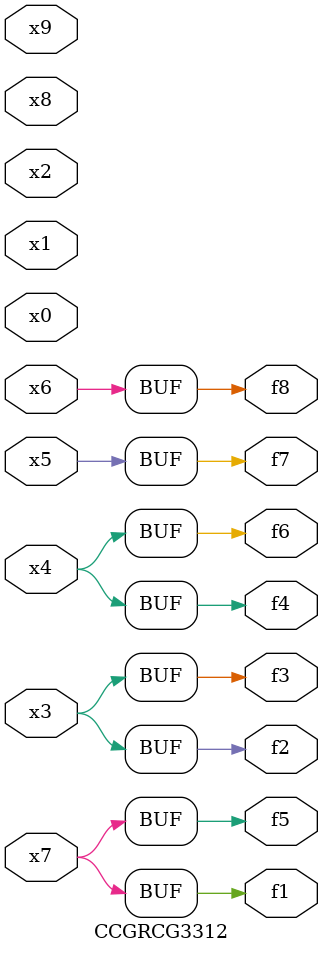
<source format=v>
module CCGRCG3312(
	input x0, x1, x2, x3, x4, x5, x6, x7, x8, x9,
	output f1, f2, f3, f4, f5, f6, f7, f8
);
	assign f1 = x7;
	assign f2 = x3;
	assign f3 = x3;
	assign f4 = x4;
	assign f5 = x7;
	assign f6 = x4;
	assign f7 = x5;
	assign f8 = x6;
endmodule

</source>
